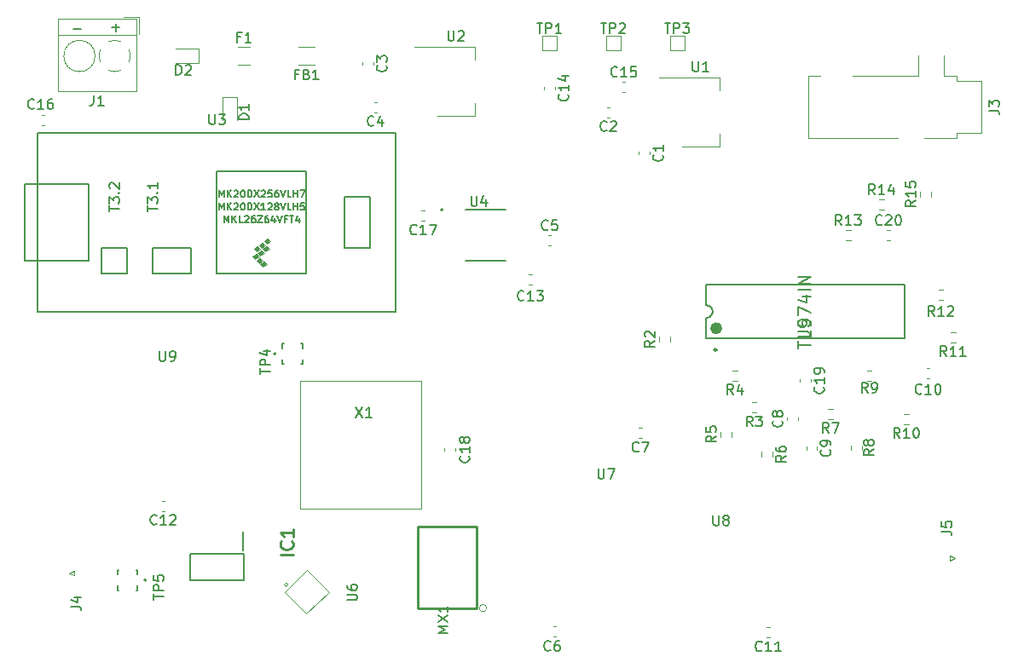
<source format=gbr>
%TF.GenerationSoftware,KiCad,Pcbnew,(5.1.10)-1*%
%TF.CreationDate,2021-08-25T15:37:07-07:00*%
%TF.ProjectId,fmcw,666d6377-2e6b-4696-9361-645f70636258,rev?*%
%TF.SameCoordinates,Original*%
%TF.FileFunction,Legend,Top*%
%TF.FilePolarity,Positive*%
%FSLAX46Y46*%
G04 Gerber Fmt 4.6, Leading zero omitted, Abs format (unit mm)*
G04 Created by KiCad (PCBNEW (5.1.10)-1) date 2021-08-25 15:37:07*
%MOMM*%
%LPD*%
G01*
G04 APERTURE LIST*
%ADD10C,0.150000*%
%ADD11C,0.200000*%
%ADD12C,0.254000*%
%ADD13C,0.100000*%
%ADD14C,0.120000*%
%ADD15C,0.127000*%
%ADD16C,0.249999*%
%ADD17C,0.599999*%
G04 APERTURE END LIST*
D10*
X81026047Y-83637428D02*
X81787952Y-83637428D01*
X84836047Y-83510428D02*
X85597952Y-83510428D01*
X85217000Y-83891380D02*
X85217000Y-83129476D01*
D11*
%TO.C,IC1*%
X97915000Y-135835000D02*
X97915000Y-138485000D01*
X97915000Y-138485000D02*
X92585000Y-138485000D01*
X92585000Y-138485000D02*
X92585000Y-135835000D01*
X92585000Y-135835000D02*
X97915000Y-135835000D01*
X97855000Y-133635000D02*
X97855000Y-135485000D01*
D12*
%TO.C,MX1*%
X115189000Y-141224000D02*
X115189000Y-133096000D01*
X115189000Y-133096000D02*
X121031000Y-133096000D01*
X121031000Y-133096000D02*
X121031000Y-141224000D01*
X121031000Y-141224000D02*
X115189000Y-141224000D01*
D13*
X122025200Y-141224000D02*
G75*
G03*
X122025200Y-141224000I-359200J0D01*
G01*
D14*
%TO.C,X1*%
X115570000Y-131315000D02*
X103505000Y-131315000D01*
X115570000Y-118615000D02*
X115570000Y-131315000D01*
X103505000Y-118615000D02*
X115570000Y-118615000D01*
X103505000Y-131315000D02*
X103505000Y-118615000D01*
%TO.C,J4*%
X80553000Y-137736000D02*
X81053000Y-137986000D01*
X81053000Y-137986000D02*
X81053000Y-137486000D01*
X81053000Y-137486000D02*
X80553000Y-137736000D01*
%TO.C,FB1*%
X104975242Y-87270000D02*
X103304758Y-87270000D01*
X104975242Y-85450000D02*
X103304758Y-85450000D01*
%TO.C,C20*%
X161784420Y-103630000D02*
X162065580Y-103630000D01*
X161784420Y-104650000D02*
X162065580Y-104650000D01*
%TO.C,C19*%
X154180000Y-118477420D02*
X154180000Y-118758580D01*
X153160000Y-118477420D02*
X153160000Y-118758580D01*
%TO.C,C18*%
X117854000Y-125616580D02*
X117854000Y-125335420D01*
X118874000Y-125616580D02*
X118874000Y-125335420D01*
%TO.C,C17*%
X115850580Y-102745000D02*
X115569420Y-102745000D01*
X115850580Y-101725000D02*
X115569420Y-101725000D01*
%TO.C,C16*%
X78105580Y-93220000D02*
X77824420Y-93220000D01*
X78105580Y-92200000D02*
X77824420Y-92200000D01*
%TO.C,C15*%
X135495420Y-88898000D02*
X135776580Y-88898000D01*
X135495420Y-89918000D02*
X135776580Y-89918000D01*
%TO.C,C14*%
X128780000Y-89394420D02*
X128780000Y-89675580D01*
X127760000Y-89394420D02*
X127760000Y-89675580D01*
D15*
%TO.C,TP5*%
X87360000Y-139430000D02*
X87360000Y-138994000D01*
X87229000Y-139430000D02*
X87360000Y-139430000D01*
X85360000Y-139430000D02*
X85491000Y-139430000D01*
X85360000Y-139430000D02*
X85360000Y-138994000D01*
X85360000Y-137430000D02*
X85360000Y-137866000D01*
X85491000Y-137430000D02*
X85360000Y-137430000D01*
X87360000Y-137430000D02*
X87229000Y-137430000D01*
X87360000Y-137430000D02*
X87360000Y-137866000D01*
D11*
X88210000Y-138430000D02*
G75*
G03*
X88210000Y-138430000I-100000J0D01*
G01*
D14*
%TO.C,TP3*%
X140270000Y-84390000D02*
X141670000Y-84390000D01*
X141670000Y-84390000D02*
X141670000Y-85790000D01*
X141670000Y-85790000D02*
X140270000Y-85790000D01*
X140270000Y-85790000D02*
X140270000Y-84390000D01*
%TO.C,TP2*%
X133920000Y-84390000D02*
X135320000Y-84390000D01*
X135320000Y-84390000D02*
X135320000Y-85790000D01*
X135320000Y-85790000D02*
X133920000Y-85790000D01*
X133920000Y-85790000D02*
X133920000Y-84390000D01*
%TO.C,TP1*%
X127570000Y-84390000D02*
X128970000Y-84390000D01*
X128970000Y-84390000D02*
X128970000Y-85790000D01*
X128970000Y-85790000D02*
X127570000Y-85790000D01*
X127570000Y-85790000D02*
X127570000Y-84390000D01*
%TO.C,C1*%
X137158000Y-95871420D02*
X137158000Y-96152580D01*
X138178000Y-95871420D02*
X138178000Y-96152580D01*
%TO.C,C2*%
X134252580Y-92458000D02*
X133971420Y-92458000D01*
X134252580Y-91438000D02*
X133971420Y-91438000D01*
%TO.C,C3*%
X109726000Y-86968420D02*
X109726000Y-87249580D01*
X110746000Y-86968420D02*
X110746000Y-87249580D01*
%TO.C,C4*%
X111125580Y-91950000D02*
X110844420Y-91950000D01*
X111125580Y-90930000D02*
X110844420Y-90930000D01*
%TO.C,C5*%
X128142420Y-105158000D02*
X128423580Y-105158000D01*
X128142420Y-104138000D02*
X128423580Y-104138000D01*
%TO.C,C6*%
X128637420Y-144020000D02*
X128918580Y-144020000D01*
X128637420Y-143000000D02*
X128918580Y-143000000D01*
%TO.C,C7*%
X137440580Y-124335000D02*
X137159420Y-124335000D01*
X137440580Y-123315000D02*
X137159420Y-123315000D01*
%TO.C,C8*%
X152910000Y-122568580D02*
X152910000Y-122287420D01*
X151890000Y-122568580D02*
X151890000Y-122287420D01*
%TO.C,C9*%
X153795000Y-125195420D02*
X153795000Y-125476580D01*
X154815000Y-125195420D02*
X154815000Y-125476580D01*
%TO.C,C10*%
X165721420Y-118366000D02*
X166002580Y-118366000D01*
X165721420Y-117346000D02*
X166002580Y-117346000D01*
%TO.C,C11*%
X150140580Y-144147000D02*
X149859420Y-144147000D01*
X150140580Y-143127000D02*
X149859420Y-143127000D01*
%TO.C,C12*%
X90043580Y-131574000D02*
X89762420Y-131574000D01*
X90043580Y-130554000D02*
X89762420Y-130554000D01*
%TO.C,C13*%
X126211420Y-108075000D02*
X126492580Y-108075000D01*
X126211420Y-109095000D02*
X126492580Y-109095000D01*
%TO.C,D1*%
X95785000Y-90437500D02*
X95785000Y-92722500D01*
X97255000Y-90437500D02*
X95785000Y-90437500D01*
X97255000Y-92722500D02*
X97255000Y-90437500D01*
%TO.C,D2*%
X91122500Y-87095000D02*
X93407500Y-87095000D01*
X93407500Y-87095000D02*
X93407500Y-85625000D01*
X93407500Y-85625000D02*
X91122500Y-85625000D01*
%TO.C,F1*%
X97317936Y-87270000D02*
X98522064Y-87270000D01*
X97317936Y-85450000D02*
X98522064Y-85450000D01*
%TO.C,J1*%
X87490000Y-82460000D02*
X85990000Y-82460000D01*
X87490000Y-84200000D02*
X87490000Y-82460000D01*
X79430000Y-89820000D02*
X79430000Y-82700000D01*
X87250000Y-89820000D02*
X87250000Y-82700000D01*
X87250000Y-82700000D02*
X79430000Y-82700000D01*
X87250000Y-89820000D02*
X79430000Y-89820000D01*
X87250000Y-84260000D02*
X79430000Y-84260000D01*
X83145000Y-86360000D02*
G75*
G03*
X83145000Y-86360000I-1555000J0D01*
G01*
X84482413Y-84928615D02*
G75*
G02*
X85090000Y-84805000I607587J-1431385D01*
G01*
X83657891Y-86967742D02*
G75*
G02*
X83658000Y-85752000I1432109J607742D01*
G01*
X85697742Y-87792109D02*
G75*
G02*
X84482000Y-87792000I-607742J1432109D01*
G01*
X86522109Y-85752258D02*
G75*
G02*
X86522000Y-86968000I-1432109J-607742D01*
G01*
X85062989Y-84804508D02*
G75*
G02*
X85698000Y-84928000I27011J-1555492D01*
G01*
D15*
%TO.C,TP4*%
X101743000Y-114951000D02*
X101743000Y-115387000D01*
X101874000Y-114951000D02*
X101743000Y-114951000D01*
X103743000Y-114951000D02*
X103612000Y-114951000D01*
X103743000Y-114951000D02*
X103743000Y-115387000D01*
X103743000Y-116951000D02*
X103743000Y-116515000D01*
X103612000Y-116951000D02*
X103743000Y-116951000D01*
X101743000Y-116951000D02*
X101874000Y-116951000D01*
X101743000Y-116951000D02*
X101743000Y-116515000D01*
D11*
X101093000Y-115951000D02*
G75*
G03*
X101093000Y-115951000I-100000J0D01*
G01*
D14*
%TO.C,J3*%
X164860000Y-88340000D02*
X164860000Y-86340000D01*
X167460000Y-88340000D02*
X167460000Y-86340000D01*
X158360000Y-88340000D02*
X164860000Y-88340000D01*
X153960000Y-88340000D02*
X155160000Y-88340000D01*
X153960000Y-94540000D02*
X153960000Y-88340000D01*
X162860000Y-94540000D02*
X153960000Y-94540000D01*
X168660000Y-94540000D02*
X165460000Y-94540000D01*
X168660000Y-94040000D02*
X168660000Y-94540000D01*
X171160000Y-94040000D02*
X168660000Y-94040000D01*
X171160000Y-88840000D02*
X171160000Y-94040000D01*
X168660000Y-88840000D02*
X171160000Y-88840000D01*
X168660000Y-88340000D02*
X168660000Y-88840000D01*
X167460000Y-88340000D02*
X168660000Y-88340000D01*
%TO.C,J5*%
X167994000Y-136521000D02*
X168494000Y-136271000D01*
X167994000Y-136021000D02*
X167994000Y-136521000D01*
X168494000Y-136271000D02*
X167994000Y-136021000D01*
%TO.C,R2*%
X140222500Y-114728258D02*
X140222500Y-114253742D01*
X139177500Y-114728258D02*
X139177500Y-114253742D01*
%TO.C,R3*%
X148827258Y-121807500D02*
X148352742Y-121807500D01*
X148827258Y-120762500D02*
X148352742Y-120762500D01*
%TO.C,R4*%
X146922258Y-117587500D02*
X146447742Y-117587500D01*
X146922258Y-118632500D02*
X146447742Y-118632500D01*
%TO.C,R5*%
X145273500Y-124189258D02*
X145273500Y-123714742D01*
X146318500Y-124189258D02*
X146318500Y-123714742D01*
%TO.C,R6*%
X150382500Y-125682742D02*
X150382500Y-126157258D01*
X149337500Y-125682742D02*
X149337500Y-126157258D01*
%TO.C,R7*%
X156384258Y-121397500D02*
X155909742Y-121397500D01*
X156384258Y-122442500D02*
X155909742Y-122442500D01*
%TO.C,R8*%
X159272500Y-125523258D02*
X159272500Y-125048742D01*
X158227500Y-125523258D02*
X158227500Y-125048742D01*
%TO.C,R9*%
X159782742Y-117587500D02*
X160257258Y-117587500D01*
X159782742Y-118632500D02*
X160257258Y-118632500D01*
%TO.C,R10*%
X163940258Y-122950500D02*
X163465742Y-122950500D01*
X163940258Y-121905500D02*
X163465742Y-121905500D01*
%TO.C,R11*%
X168576258Y-114822500D02*
X168101742Y-114822500D01*
X168576258Y-113777500D02*
X168101742Y-113777500D01*
%TO.C,R12*%
X166894742Y-110631500D02*
X167369258Y-110631500D01*
X166894742Y-109586500D02*
X167369258Y-109586500D01*
%TO.C,R13*%
X157687742Y-104662500D02*
X158162258Y-104662500D01*
X157687742Y-103617500D02*
X158162258Y-103617500D01*
%TO.C,R14*%
X160989742Y-100569500D02*
X161464258Y-100569500D01*
X160989742Y-101614500D02*
X161464258Y-101614500D01*
%TO.C,R15*%
X166130500Y-100313258D02*
X166130500Y-99838742D01*
X165085500Y-100313258D02*
X165085500Y-99838742D01*
%TO.C,U1*%
X145166000Y-95358000D02*
X145166000Y-94098000D01*
X145166000Y-88538000D02*
X145166000Y-89798000D01*
X141406000Y-95358000D02*
X145166000Y-95358000D01*
X139156000Y-88538000D02*
X145166000Y-88538000D01*
%TO.C,U2*%
X114874000Y-85490000D02*
X120884000Y-85490000D01*
X117124000Y-92310000D02*
X120884000Y-92310000D01*
X120884000Y-85490000D02*
X120884000Y-86750000D01*
X120884000Y-92310000D02*
X120884000Y-91050000D01*
D10*
%TO.C,U3*%
X77470000Y-106680000D02*
X76200000Y-106680000D01*
X76200000Y-106680000D02*
X76200000Y-99060000D01*
X76200000Y-99060000D02*
X77470000Y-99060000D01*
X88900000Y-107950000D02*
X92710000Y-107950000D01*
X92710000Y-107950000D02*
X92710000Y-105410000D01*
X92710000Y-105410000D02*
X88900000Y-105410000D01*
X88900000Y-105410000D02*
X88900000Y-107950000D01*
X82550000Y-106680000D02*
X82550000Y-99060000D01*
X82550000Y-99060000D02*
X77470000Y-99060000D01*
X82550000Y-106680000D02*
X77470000Y-106680000D01*
X83820000Y-107950000D02*
X86360000Y-107950000D01*
X86360000Y-107950000D02*
X86360000Y-105410000D01*
X86360000Y-105410000D02*
X83820000Y-105410000D01*
X83820000Y-105410000D02*
X83820000Y-107950000D01*
X110490000Y-100330000D02*
X110490000Y-105410000D01*
X110490000Y-105410000D02*
X107950000Y-105410000D01*
X107950000Y-105410000D02*
X107950000Y-100330000D01*
X107950000Y-100330000D02*
X110490000Y-100330000D01*
X104140000Y-107950000D02*
X104140000Y-97790000D01*
X95250000Y-97790000D02*
X95250000Y-107950000D01*
X104140000Y-97790000D02*
X95250000Y-97790000D01*
X104140000Y-107950000D02*
X95250000Y-107950000D01*
X77470000Y-93980000D02*
X113030000Y-93980000D01*
X113030000Y-93980000D02*
X113030000Y-111760000D01*
X113030000Y-111760000D02*
X77470000Y-111760000D01*
X77470000Y-111760000D02*
X77470000Y-93980000D01*
D13*
G36*
X99187000Y-105791000D02*
G01*
X98933000Y-105537000D01*
X99314000Y-105283000D01*
X99568000Y-105537000D01*
X99187000Y-105791000D01*
G37*
X99187000Y-105791000D02*
X98933000Y-105537000D01*
X99314000Y-105283000D01*
X99568000Y-105537000D01*
X99187000Y-105791000D01*
G36*
X99568000Y-106172000D02*
G01*
X99314000Y-105918000D01*
X99695000Y-105664000D01*
X99949000Y-105918000D01*
X99568000Y-106172000D01*
G37*
X99568000Y-106172000D02*
X99314000Y-105918000D01*
X99695000Y-105664000D01*
X99949000Y-105918000D01*
X99568000Y-106172000D01*
G36*
X100203000Y-105029000D02*
G01*
X99949000Y-104775000D01*
X100330000Y-104521000D01*
X100584000Y-104775000D01*
X100203000Y-105029000D01*
G37*
X100203000Y-105029000D02*
X99949000Y-104775000D01*
X100330000Y-104521000D01*
X100584000Y-104775000D01*
X100203000Y-105029000D01*
G36*
X99441000Y-106934000D02*
G01*
X99187000Y-106680000D01*
X99568000Y-106426000D01*
X99822000Y-106680000D01*
X99441000Y-106934000D01*
G37*
X99441000Y-106934000D02*
X99187000Y-106680000D01*
X99568000Y-106426000D01*
X99822000Y-106680000D01*
X99441000Y-106934000D01*
G36*
X99695000Y-105410000D02*
G01*
X99441000Y-105156000D01*
X99822000Y-104902000D01*
X100076000Y-105156000D01*
X99695000Y-105410000D01*
G37*
X99695000Y-105410000D02*
X99441000Y-105156000D01*
X99822000Y-104902000D01*
X100076000Y-105156000D01*
X99695000Y-105410000D01*
G36*
X99822000Y-107315000D02*
G01*
X99568000Y-107061000D01*
X99949000Y-106807000D01*
X100203000Y-107061000D01*
X99822000Y-107315000D01*
G37*
X99822000Y-107315000D02*
X99568000Y-107061000D01*
X99949000Y-106807000D01*
X100203000Y-107061000D01*
X99822000Y-107315000D01*
G36*
X99060000Y-106553000D02*
G01*
X98806000Y-106299000D01*
X99187000Y-106045000D01*
X99441000Y-106299000D01*
X99060000Y-106553000D01*
G37*
X99060000Y-106553000D02*
X98806000Y-106299000D01*
X99187000Y-106045000D01*
X99441000Y-106299000D01*
X99060000Y-106553000D01*
G36*
X100076000Y-105791000D02*
G01*
X99822000Y-105537000D01*
X100203000Y-105283000D01*
X100457000Y-105537000D01*
X100076000Y-105791000D01*
G37*
X100076000Y-105791000D02*
X99822000Y-105537000D01*
X100203000Y-105283000D01*
X100457000Y-105537000D01*
X100076000Y-105791000D01*
D15*
%TO.C,U4*%
X119970000Y-106665000D02*
X123870000Y-106665000D01*
X119970000Y-101615000D02*
X123870000Y-101615000D01*
D11*
X117665000Y-101635000D02*
G75*
G03*
X117665000Y-101635000I-100000J0D01*
G01*
%TO.C,U5*%
X143819999Y-112395000D02*
X143919335Y-112387182D01*
X143919335Y-112387182D02*
X144016225Y-112363921D01*
X144016225Y-112363921D02*
X144108283Y-112325789D01*
X144108283Y-112325789D02*
X144193243Y-112273726D01*
X144193243Y-112273726D02*
X144269012Y-112209013D01*
X144269012Y-112209013D02*
X144333725Y-112133244D01*
X144333725Y-112133244D02*
X144385788Y-112048284D01*
X144385788Y-112048284D02*
X144423920Y-111956226D01*
X144423920Y-111956226D02*
X144447181Y-111859336D01*
X144447181Y-111859336D02*
X144454999Y-111760000D01*
X144454999Y-111760000D02*
X144447181Y-111660664D01*
X144447181Y-111660664D02*
X144423920Y-111563774D01*
X144423920Y-111563774D02*
X144385788Y-111471716D01*
X144385788Y-111471716D02*
X144333725Y-111386756D01*
X144333725Y-111386756D02*
X144269012Y-111310987D01*
X144269012Y-111310987D02*
X144193243Y-111246274D01*
X144193243Y-111246274D02*
X144108283Y-111194211D01*
X144108283Y-111194211D02*
X144016225Y-111156079D01*
X144016225Y-111156079D02*
X143919335Y-111132818D01*
X143919335Y-111132818D02*
X143819999Y-111125000D01*
D16*
X144875001Y-115570000D02*
G75*
G03*
X144875001Y-115570000I-125001J0D01*
G01*
D17*
X145119999Y-113409999D02*
G75*
G03*
X145119999Y-113409999I-299999J0D01*
G01*
D10*
X163520001Y-114410000D02*
X143819999Y-114410000D01*
X163520001Y-109110000D02*
X143819999Y-109110000D01*
X143819999Y-114410000D02*
X143819999Y-112395000D01*
X143819999Y-111125000D02*
X143819999Y-109110000D01*
X163520001Y-114410000D02*
X163520001Y-109110000D01*
D14*
%TO.C,U6*%
X102301909Y-138891680D02*
G75*
G03*
X102301909Y-138891680I-178669J0D01*
G01*
X102006400Y-139674000D02*
X104150160Y-137474360D01*
X104140000Y-141772040D02*
X102006400Y-139674000D01*
X106354880Y-139674000D02*
X104140000Y-141772040D01*
X104150160Y-137474360D02*
X106354880Y-139674000D01*
%TO.C,IC1*%
D12*
X102809523Y-135919761D02*
X101539523Y-135919761D01*
X102688571Y-134589285D02*
X102749047Y-134649761D01*
X102809523Y-134831190D01*
X102809523Y-134952142D01*
X102749047Y-135133571D01*
X102628095Y-135254523D01*
X102507142Y-135315000D01*
X102265238Y-135375476D01*
X102083809Y-135375476D01*
X101841904Y-135315000D01*
X101720952Y-135254523D01*
X101600000Y-135133571D01*
X101539523Y-134952142D01*
X101539523Y-134831190D01*
X101600000Y-134649761D01*
X101660476Y-134589285D01*
X102809523Y-133379761D02*
X102809523Y-134105476D01*
X102809523Y-133742619D02*
X101539523Y-133742619D01*
X101720952Y-133863571D01*
X101841904Y-133984523D01*
X101902380Y-134105476D01*
%TO.C,MX1*%
D10*
X118181512Y-143664727D02*
X117179662Y-143664727D01*
X117895270Y-143330777D01*
X117179662Y-142996827D01*
X118181512Y-142996827D01*
X117179662Y-142615170D02*
X118181512Y-141947270D01*
X117179662Y-141947270D02*
X118181512Y-142615170D01*
X118181512Y-141040835D02*
X118181512Y-141613320D01*
X118181512Y-141327077D02*
X117179662Y-141327077D01*
X117322784Y-141422492D01*
X117418198Y-141517906D01*
X117465905Y-141613320D01*
%TO.C,X1*%
X109045476Y-121242380D02*
X109712142Y-122242380D01*
X109712142Y-121242380D02*
X109045476Y-122242380D01*
X110616904Y-122242380D02*
X110045476Y-122242380D01*
X110331190Y-122242380D02*
X110331190Y-121242380D01*
X110235952Y-121385238D01*
X110140714Y-121480476D01*
X110045476Y-121528095D01*
%TO.C,U9*%
X89541335Y-115687340D02*
X89541335Y-116496864D01*
X89588954Y-116592102D01*
X89636573Y-116639721D01*
X89731811Y-116687340D01*
X89922287Y-116687340D01*
X90017525Y-116639721D01*
X90065144Y-116592102D01*
X90112763Y-116496864D01*
X90112763Y-115687340D01*
X90636573Y-116687340D02*
X90827049Y-116687340D01*
X90922287Y-116639721D01*
X90969906Y-116592102D01*
X91065144Y-116449245D01*
X91112763Y-116258769D01*
X91112763Y-115877817D01*
X91065144Y-115782579D01*
X91017525Y-115734960D01*
X90922287Y-115687340D01*
X90731811Y-115687340D01*
X90636573Y-115734960D01*
X90588954Y-115782579D01*
X90541335Y-115877817D01*
X90541335Y-116115912D01*
X90588954Y-116211150D01*
X90636573Y-116258769D01*
X90731811Y-116306388D01*
X90922287Y-116306388D01*
X91017525Y-116258769D01*
X91065144Y-116211150D01*
X91112763Y-116115912D01*
%TO.C,U7*%
X133102335Y-127371340D02*
X133102335Y-128180864D01*
X133149954Y-128276102D01*
X133197573Y-128323721D01*
X133292811Y-128371340D01*
X133483287Y-128371340D01*
X133578525Y-128323721D01*
X133626144Y-128276102D01*
X133673763Y-128180864D01*
X133673763Y-127371340D01*
X134054716Y-127371340D02*
X134721382Y-127371340D01*
X134292811Y-128371340D01*
%TO.C,U8*%
X144526095Y-132009380D02*
X144526095Y-132818904D01*
X144573714Y-132914142D01*
X144621333Y-132961761D01*
X144716571Y-133009380D01*
X144907047Y-133009380D01*
X145002285Y-132961761D01*
X145049904Y-132914142D01*
X145097523Y-132818904D01*
X145097523Y-132009380D01*
X145716571Y-132437952D02*
X145621333Y-132390333D01*
X145573714Y-132342714D01*
X145526095Y-132247476D01*
X145526095Y-132199857D01*
X145573714Y-132104619D01*
X145621333Y-132057000D01*
X145716571Y-132009380D01*
X145907047Y-132009380D01*
X146002285Y-132057000D01*
X146049904Y-132104619D01*
X146097523Y-132199857D01*
X146097523Y-132247476D01*
X146049904Y-132342714D01*
X146002285Y-132390333D01*
X145907047Y-132437952D01*
X145716571Y-132437952D01*
X145621333Y-132485571D01*
X145573714Y-132533190D01*
X145526095Y-132628428D01*
X145526095Y-132818904D01*
X145573714Y-132914142D01*
X145621333Y-132961761D01*
X145716571Y-133009380D01*
X145907047Y-133009380D01*
X146002285Y-132961761D01*
X146049904Y-132914142D01*
X146097523Y-132818904D01*
X146097523Y-132628428D01*
X146049904Y-132533190D01*
X146002285Y-132485571D01*
X145907047Y-132437952D01*
%TO.C,J4*%
X80755380Y-141069333D02*
X81469666Y-141069333D01*
X81612523Y-141116952D01*
X81707761Y-141212190D01*
X81755380Y-141355047D01*
X81755380Y-141450285D01*
X81088714Y-140164571D02*
X81755380Y-140164571D01*
X80707761Y-140402666D02*
X81422047Y-140640761D01*
X81422047Y-140021714D01*
%TO.C,FB1*%
X103306666Y-88188571D02*
X102973333Y-88188571D01*
X102973333Y-88712380D02*
X102973333Y-87712380D01*
X103449523Y-87712380D01*
X104163809Y-88188571D02*
X104306666Y-88236190D01*
X104354285Y-88283809D01*
X104401904Y-88379047D01*
X104401904Y-88521904D01*
X104354285Y-88617142D01*
X104306666Y-88664761D01*
X104211428Y-88712380D01*
X103830476Y-88712380D01*
X103830476Y-87712380D01*
X104163809Y-87712380D01*
X104259047Y-87760000D01*
X104306666Y-87807619D01*
X104354285Y-87902857D01*
X104354285Y-87998095D01*
X104306666Y-88093333D01*
X104259047Y-88140952D01*
X104163809Y-88188571D01*
X103830476Y-88188571D01*
X105354285Y-88712380D02*
X104782857Y-88712380D01*
X105068571Y-88712380D02*
X105068571Y-87712380D01*
X104973333Y-87855238D01*
X104878095Y-87950476D01*
X104782857Y-87998095D01*
%TO.C,C20*%
X161282142Y-103067142D02*
X161234523Y-103114761D01*
X161091666Y-103162380D01*
X160996428Y-103162380D01*
X160853571Y-103114761D01*
X160758333Y-103019523D01*
X160710714Y-102924285D01*
X160663095Y-102733809D01*
X160663095Y-102590952D01*
X160710714Y-102400476D01*
X160758333Y-102305238D01*
X160853571Y-102210000D01*
X160996428Y-102162380D01*
X161091666Y-102162380D01*
X161234523Y-102210000D01*
X161282142Y-102257619D01*
X161663095Y-102257619D02*
X161710714Y-102210000D01*
X161805952Y-102162380D01*
X162044047Y-102162380D01*
X162139285Y-102210000D01*
X162186904Y-102257619D01*
X162234523Y-102352857D01*
X162234523Y-102448095D01*
X162186904Y-102590952D01*
X161615476Y-103162380D01*
X162234523Y-103162380D01*
X162853571Y-102162380D02*
X162948809Y-102162380D01*
X163044047Y-102210000D01*
X163091666Y-102257619D01*
X163139285Y-102352857D01*
X163186904Y-102543333D01*
X163186904Y-102781428D01*
X163139285Y-102971904D01*
X163091666Y-103067142D01*
X163044047Y-103114761D01*
X162948809Y-103162380D01*
X162853571Y-103162380D01*
X162758333Y-103114761D01*
X162710714Y-103067142D01*
X162663095Y-102971904D01*
X162615476Y-102781428D01*
X162615476Y-102543333D01*
X162663095Y-102352857D01*
X162710714Y-102257619D01*
X162758333Y-102210000D01*
X162853571Y-102162380D01*
%TO.C,C19*%
X155457142Y-119260857D02*
X155504761Y-119308476D01*
X155552380Y-119451333D01*
X155552380Y-119546571D01*
X155504761Y-119689428D01*
X155409523Y-119784666D01*
X155314285Y-119832285D01*
X155123809Y-119879904D01*
X154980952Y-119879904D01*
X154790476Y-119832285D01*
X154695238Y-119784666D01*
X154600000Y-119689428D01*
X154552380Y-119546571D01*
X154552380Y-119451333D01*
X154600000Y-119308476D01*
X154647619Y-119260857D01*
X155552380Y-118308476D02*
X155552380Y-118879904D01*
X155552380Y-118594190D02*
X154552380Y-118594190D01*
X154695238Y-118689428D01*
X154790476Y-118784666D01*
X154838095Y-118879904D01*
X155552380Y-117832285D02*
X155552380Y-117641809D01*
X155504761Y-117546571D01*
X155457142Y-117498952D01*
X155314285Y-117403714D01*
X155123809Y-117356095D01*
X154742857Y-117356095D01*
X154647619Y-117403714D01*
X154600000Y-117451333D01*
X154552380Y-117546571D01*
X154552380Y-117737047D01*
X154600000Y-117832285D01*
X154647619Y-117879904D01*
X154742857Y-117927523D01*
X154980952Y-117927523D01*
X155076190Y-117879904D01*
X155123809Y-117832285D01*
X155171428Y-117737047D01*
X155171428Y-117546571D01*
X155123809Y-117451333D01*
X155076190Y-117403714D01*
X154980952Y-117356095D01*
%TO.C,C18*%
X120245142Y-126118857D02*
X120292761Y-126166476D01*
X120340380Y-126309333D01*
X120340380Y-126404571D01*
X120292761Y-126547428D01*
X120197523Y-126642666D01*
X120102285Y-126690285D01*
X119911809Y-126737904D01*
X119768952Y-126737904D01*
X119578476Y-126690285D01*
X119483238Y-126642666D01*
X119388000Y-126547428D01*
X119340380Y-126404571D01*
X119340380Y-126309333D01*
X119388000Y-126166476D01*
X119435619Y-126118857D01*
X120340380Y-125166476D02*
X120340380Y-125737904D01*
X120340380Y-125452190D02*
X119340380Y-125452190D01*
X119483238Y-125547428D01*
X119578476Y-125642666D01*
X119626095Y-125737904D01*
X119768952Y-124595047D02*
X119721333Y-124690285D01*
X119673714Y-124737904D01*
X119578476Y-124785523D01*
X119530857Y-124785523D01*
X119435619Y-124737904D01*
X119388000Y-124690285D01*
X119340380Y-124595047D01*
X119340380Y-124404571D01*
X119388000Y-124309333D01*
X119435619Y-124261714D01*
X119530857Y-124214095D01*
X119578476Y-124214095D01*
X119673714Y-124261714D01*
X119721333Y-124309333D01*
X119768952Y-124404571D01*
X119768952Y-124595047D01*
X119816571Y-124690285D01*
X119864190Y-124737904D01*
X119959428Y-124785523D01*
X120149904Y-124785523D01*
X120245142Y-124737904D01*
X120292761Y-124690285D01*
X120340380Y-124595047D01*
X120340380Y-124404571D01*
X120292761Y-124309333D01*
X120245142Y-124261714D01*
X120149904Y-124214095D01*
X119959428Y-124214095D01*
X119864190Y-124261714D01*
X119816571Y-124309333D01*
X119768952Y-124404571D01*
%TO.C,C17*%
X115067142Y-104022142D02*
X115019523Y-104069761D01*
X114876666Y-104117380D01*
X114781428Y-104117380D01*
X114638571Y-104069761D01*
X114543333Y-103974523D01*
X114495714Y-103879285D01*
X114448095Y-103688809D01*
X114448095Y-103545952D01*
X114495714Y-103355476D01*
X114543333Y-103260238D01*
X114638571Y-103165000D01*
X114781428Y-103117380D01*
X114876666Y-103117380D01*
X115019523Y-103165000D01*
X115067142Y-103212619D01*
X116019523Y-104117380D02*
X115448095Y-104117380D01*
X115733809Y-104117380D02*
X115733809Y-103117380D01*
X115638571Y-103260238D01*
X115543333Y-103355476D01*
X115448095Y-103403095D01*
X116352857Y-103117380D02*
X117019523Y-103117380D01*
X116590952Y-104117380D01*
%TO.C,C16*%
X77081142Y-91543142D02*
X77033523Y-91590761D01*
X76890666Y-91638380D01*
X76795428Y-91638380D01*
X76652571Y-91590761D01*
X76557333Y-91495523D01*
X76509714Y-91400285D01*
X76462095Y-91209809D01*
X76462095Y-91066952D01*
X76509714Y-90876476D01*
X76557333Y-90781238D01*
X76652571Y-90686000D01*
X76795428Y-90638380D01*
X76890666Y-90638380D01*
X77033523Y-90686000D01*
X77081142Y-90733619D01*
X78033523Y-91638380D02*
X77462095Y-91638380D01*
X77747809Y-91638380D02*
X77747809Y-90638380D01*
X77652571Y-90781238D01*
X77557333Y-90876476D01*
X77462095Y-90924095D01*
X78890666Y-90638380D02*
X78700190Y-90638380D01*
X78604952Y-90686000D01*
X78557333Y-90733619D01*
X78462095Y-90876476D01*
X78414476Y-91066952D01*
X78414476Y-91447904D01*
X78462095Y-91543142D01*
X78509714Y-91590761D01*
X78604952Y-91638380D01*
X78795428Y-91638380D01*
X78890666Y-91590761D01*
X78938285Y-91543142D01*
X78985904Y-91447904D01*
X78985904Y-91209809D01*
X78938285Y-91114571D01*
X78890666Y-91066952D01*
X78795428Y-91019333D01*
X78604952Y-91019333D01*
X78509714Y-91066952D01*
X78462095Y-91114571D01*
X78414476Y-91209809D01*
%TO.C,C15*%
X134993142Y-88335142D02*
X134945523Y-88382761D01*
X134802666Y-88430380D01*
X134707428Y-88430380D01*
X134564571Y-88382761D01*
X134469333Y-88287523D01*
X134421714Y-88192285D01*
X134374095Y-88001809D01*
X134374095Y-87858952D01*
X134421714Y-87668476D01*
X134469333Y-87573238D01*
X134564571Y-87478000D01*
X134707428Y-87430380D01*
X134802666Y-87430380D01*
X134945523Y-87478000D01*
X134993142Y-87525619D01*
X135945523Y-88430380D02*
X135374095Y-88430380D01*
X135659809Y-88430380D02*
X135659809Y-87430380D01*
X135564571Y-87573238D01*
X135469333Y-87668476D01*
X135374095Y-87716095D01*
X136850285Y-87430380D02*
X136374095Y-87430380D01*
X136326476Y-87906571D01*
X136374095Y-87858952D01*
X136469333Y-87811333D01*
X136707428Y-87811333D01*
X136802666Y-87858952D01*
X136850285Y-87906571D01*
X136897904Y-88001809D01*
X136897904Y-88239904D01*
X136850285Y-88335142D01*
X136802666Y-88382761D01*
X136707428Y-88430380D01*
X136469333Y-88430380D01*
X136374095Y-88382761D01*
X136326476Y-88335142D01*
%TO.C,C14*%
X130057142Y-90177857D02*
X130104761Y-90225476D01*
X130152380Y-90368333D01*
X130152380Y-90463571D01*
X130104761Y-90606428D01*
X130009523Y-90701666D01*
X129914285Y-90749285D01*
X129723809Y-90796904D01*
X129580952Y-90796904D01*
X129390476Y-90749285D01*
X129295238Y-90701666D01*
X129200000Y-90606428D01*
X129152380Y-90463571D01*
X129152380Y-90368333D01*
X129200000Y-90225476D01*
X129247619Y-90177857D01*
X130152380Y-89225476D02*
X130152380Y-89796904D01*
X130152380Y-89511190D02*
X129152380Y-89511190D01*
X129295238Y-89606428D01*
X129390476Y-89701666D01*
X129438095Y-89796904D01*
X129485714Y-88368333D02*
X130152380Y-88368333D01*
X129104761Y-88606428D02*
X129819047Y-88844523D01*
X129819047Y-88225476D01*
%TO.C,TP5*%
X88947380Y-140366904D02*
X88947380Y-139795476D01*
X89947380Y-140081190D02*
X88947380Y-140081190D01*
X89947380Y-139462142D02*
X88947380Y-139462142D01*
X88947380Y-139081190D01*
X88995000Y-138985952D01*
X89042619Y-138938333D01*
X89137857Y-138890714D01*
X89280714Y-138890714D01*
X89375952Y-138938333D01*
X89423571Y-138985952D01*
X89471190Y-139081190D01*
X89471190Y-139462142D01*
X88947380Y-137985952D02*
X88947380Y-138462142D01*
X89423571Y-138509761D01*
X89375952Y-138462142D01*
X89328333Y-138366904D01*
X89328333Y-138128809D01*
X89375952Y-138033571D01*
X89423571Y-137985952D01*
X89518809Y-137938333D01*
X89756904Y-137938333D01*
X89852142Y-137985952D01*
X89899761Y-138033571D01*
X89947380Y-138128809D01*
X89947380Y-138366904D01*
X89899761Y-138462142D01*
X89852142Y-138509761D01*
%TO.C,TP3*%
X139708095Y-83094380D02*
X140279523Y-83094380D01*
X139993809Y-84094380D02*
X139993809Y-83094380D01*
X140612857Y-84094380D02*
X140612857Y-83094380D01*
X140993809Y-83094380D01*
X141089047Y-83142000D01*
X141136666Y-83189619D01*
X141184285Y-83284857D01*
X141184285Y-83427714D01*
X141136666Y-83522952D01*
X141089047Y-83570571D01*
X140993809Y-83618190D01*
X140612857Y-83618190D01*
X141517619Y-83094380D02*
X142136666Y-83094380D01*
X141803333Y-83475333D01*
X141946190Y-83475333D01*
X142041428Y-83522952D01*
X142089047Y-83570571D01*
X142136666Y-83665809D01*
X142136666Y-83903904D01*
X142089047Y-83999142D01*
X142041428Y-84046761D01*
X141946190Y-84094380D01*
X141660476Y-84094380D01*
X141565238Y-84046761D01*
X141517619Y-83999142D01*
%TO.C,TP2*%
X133358095Y-83094380D02*
X133929523Y-83094380D01*
X133643809Y-84094380D02*
X133643809Y-83094380D01*
X134262857Y-84094380D02*
X134262857Y-83094380D01*
X134643809Y-83094380D01*
X134739047Y-83142000D01*
X134786666Y-83189619D01*
X134834285Y-83284857D01*
X134834285Y-83427714D01*
X134786666Y-83522952D01*
X134739047Y-83570571D01*
X134643809Y-83618190D01*
X134262857Y-83618190D01*
X135215238Y-83189619D02*
X135262857Y-83142000D01*
X135358095Y-83094380D01*
X135596190Y-83094380D01*
X135691428Y-83142000D01*
X135739047Y-83189619D01*
X135786666Y-83284857D01*
X135786666Y-83380095D01*
X135739047Y-83522952D01*
X135167619Y-84094380D01*
X135786666Y-84094380D01*
%TO.C,TP1*%
X127008095Y-83094380D02*
X127579523Y-83094380D01*
X127293809Y-84094380D02*
X127293809Y-83094380D01*
X127912857Y-84094380D02*
X127912857Y-83094380D01*
X128293809Y-83094380D01*
X128389047Y-83142000D01*
X128436666Y-83189619D01*
X128484285Y-83284857D01*
X128484285Y-83427714D01*
X128436666Y-83522952D01*
X128389047Y-83570571D01*
X128293809Y-83618190D01*
X127912857Y-83618190D01*
X129436666Y-84094380D02*
X128865238Y-84094380D01*
X129150952Y-84094380D02*
X129150952Y-83094380D01*
X129055714Y-83237238D01*
X128960476Y-83332476D01*
X128865238Y-83380095D01*
%TO.C,C1*%
X139455142Y-96178666D02*
X139502761Y-96226285D01*
X139550380Y-96369142D01*
X139550380Y-96464380D01*
X139502761Y-96607238D01*
X139407523Y-96702476D01*
X139312285Y-96750095D01*
X139121809Y-96797714D01*
X138978952Y-96797714D01*
X138788476Y-96750095D01*
X138693238Y-96702476D01*
X138598000Y-96607238D01*
X138550380Y-96464380D01*
X138550380Y-96369142D01*
X138598000Y-96226285D01*
X138645619Y-96178666D01*
X139550380Y-95226285D02*
X139550380Y-95797714D01*
X139550380Y-95512000D02*
X138550380Y-95512000D01*
X138693238Y-95607238D01*
X138788476Y-95702476D01*
X138836095Y-95797714D01*
%TO.C,C2*%
X133945333Y-93735142D02*
X133897714Y-93782761D01*
X133754857Y-93830380D01*
X133659619Y-93830380D01*
X133516761Y-93782761D01*
X133421523Y-93687523D01*
X133373904Y-93592285D01*
X133326285Y-93401809D01*
X133326285Y-93258952D01*
X133373904Y-93068476D01*
X133421523Y-92973238D01*
X133516761Y-92878000D01*
X133659619Y-92830380D01*
X133754857Y-92830380D01*
X133897714Y-92878000D01*
X133945333Y-92925619D01*
X134326285Y-92925619D02*
X134373904Y-92878000D01*
X134469142Y-92830380D01*
X134707238Y-92830380D01*
X134802476Y-92878000D01*
X134850095Y-92925619D01*
X134897714Y-93020857D01*
X134897714Y-93116095D01*
X134850095Y-93258952D01*
X134278666Y-93830380D01*
X134897714Y-93830380D01*
%TO.C,C3*%
X112023142Y-87275666D02*
X112070761Y-87323285D01*
X112118380Y-87466142D01*
X112118380Y-87561380D01*
X112070761Y-87704238D01*
X111975523Y-87799476D01*
X111880285Y-87847095D01*
X111689809Y-87894714D01*
X111546952Y-87894714D01*
X111356476Y-87847095D01*
X111261238Y-87799476D01*
X111166000Y-87704238D01*
X111118380Y-87561380D01*
X111118380Y-87466142D01*
X111166000Y-87323285D01*
X111213619Y-87275666D01*
X111118380Y-86942333D02*
X111118380Y-86323285D01*
X111499333Y-86656619D01*
X111499333Y-86513761D01*
X111546952Y-86418523D01*
X111594571Y-86370904D01*
X111689809Y-86323285D01*
X111927904Y-86323285D01*
X112023142Y-86370904D01*
X112070761Y-86418523D01*
X112118380Y-86513761D01*
X112118380Y-86799476D01*
X112070761Y-86894714D01*
X112023142Y-86942333D01*
%TO.C,C4*%
X110818333Y-93227142D02*
X110770714Y-93274761D01*
X110627857Y-93322380D01*
X110532619Y-93322380D01*
X110389761Y-93274761D01*
X110294523Y-93179523D01*
X110246904Y-93084285D01*
X110199285Y-92893809D01*
X110199285Y-92750952D01*
X110246904Y-92560476D01*
X110294523Y-92465238D01*
X110389761Y-92370000D01*
X110532619Y-92322380D01*
X110627857Y-92322380D01*
X110770714Y-92370000D01*
X110818333Y-92417619D01*
X111675476Y-92655714D02*
X111675476Y-93322380D01*
X111437380Y-92274761D02*
X111199285Y-92989047D01*
X111818333Y-92989047D01*
%TO.C,C5*%
X128116333Y-103575142D02*
X128068714Y-103622761D01*
X127925857Y-103670380D01*
X127830619Y-103670380D01*
X127687761Y-103622761D01*
X127592523Y-103527523D01*
X127544904Y-103432285D01*
X127497285Y-103241809D01*
X127497285Y-103098952D01*
X127544904Y-102908476D01*
X127592523Y-102813238D01*
X127687761Y-102718000D01*
X127830619Y-102670380D01*
X127925857Y-102670380D01*
X128068714Y-102718000D01*
X128116333Y-102765619D01*
X129021095Y-102670380D02*
X128544904Y-102670380D01*
X128497285Y-103146571D01*
X128544904Y-103098952D01*
X128640142Y-103051333D01*
X128878238Y-103051333D01*
X128973476Y-103098952D01*
X129021095Y-103146571D01*
X129068714Y-103241809D01*
X129068714Y-103479904D01*
X129021095Y-103575142D01*
X128973476Y-103622761D01*
X128878238Y-103670380D01*
X128640142Y-103670380D01*
X128544904Y-103622761D01*
X128497285Y-103575142D01*
%TO.C,C6*%
X128357333Y-145391142D02*
X128309714Y-145438761D01*
X128166857Y-145486380D01*
X128071619Y-145486380D01*
X127928761Y-145438761D01*
X127833523Y-145343523D01*
X127785904Y-145248285D01*
X127738285Y-145057809D01*
X127738285Y-144914952D01*
X127785904Y-144724476D01*
X127833523Y-144629238D01*
X127928761Y-144534000D01*
X128071619Y-144486380D01*
X128166857Y-144486380D01*
X128309714Y-144534000D01*
X128357333Y-144581619D01*
X129214476Y-144486380D02*
X129024000Y-144486380D01*
X128928761Y-144534000D01*
X128881142Y-144581619D01*
X128785904Y-144724476D01*
X128738285Y-144914952D01*
X128738285Y-145295904D01*
X128785904Y-145391142D01*
X128833523Y-145438761D01*
X128928761Y-145486380D01*
X129119238Y-145486380D01*
X129214476Y-145438761D01*
X129262095Y-145391142D01*
X129309714Y-145295904D01*
X129309714Y-145057809D01*
X129262095Y-144962571D01*
X129214476Y-144914952D01*
X129119238Y-144867333D01*
X128928761Y-144867333D01*
X128833523Y-144914952D01*
X128785904Y-144962571D01*
X128738285Y-145057809D01*
%TO.C,C7*%
X137133333Y-125612142D02*
X137085714Y-125659761D01*
X136942857Y-125707380D01*
X136847619Y-125707380D01*
X136704761Y-125659761D01*
X136609523Y-125564523D01*
X136561904Y-125469285D01*
X136514285Y-125278809D01*
X136514285Y-125135952D01*
X136561904Y-124945476D01*
X136609523Y-124850238D01*
X136704761Y-124755000D01*
X136847619Y-124707380D01*
X136942857Y-124707380D01*
X137085714Y-124755000D01*
X137133333Y-124802619D01*
X137466666Y-124707380D02*
X138133333Y-124707380D01*
X137704761Y-125707380D01*
%TO.C,C8*%
X151327142Y-122594666D02*
X151374761Y-122642285D01*
X151422380Y-122785142D01*
X151422380Y-122880380D01*
X151374761Y-123023238D01*
X151279523Y-123118476D01*
X151184285Y-123166095D01*
X150993809Y-123213714D01*
X150850952Y-123213714D01*
X150660476Y-123166095D01*
X150565238Y-123118476D01*
X150470000Y-123023238D01*
X150422380Y-122880380D01*
X150422380Y-122785142D01*
X150470000Y-122642285D01*
X150517619Y-122594666D01*
X150850952Y-122023238D02*
X150803333Y-122118476D01*
X150755714Y-122166095D01*
X150660476Y-122213714D01*
X150612857Y-122213714D01*
X150517619Y-122166095D01*
X150470000Y-122118476D01*
X150422380Y-122023238D01*
X150422380Y-121832761D01*
X150470000Y-121737523D01*
X150517619Y-121689904D01*
X150612857Y-121642285D01*
X150660476Y-121642285D01*
X150755714Y-121689904D01*
X150803333Y-121737523D01*
X150850952Y-121832761D01*
X150850952Y-122023238D01*
X150898571Y-122118476D01*
X150946190Y-122166095D01*
X151041428Y-122213714D01*
X151231904Y-122213714D01*
X151327142Y-122166095D01*
X151374761Y-122118476D01*
X151422380Y-122023238D01*
X151422380Y-121832761D01*
X151374761Y-121737523D01*
X151327142Y-121689904D01*
X151231904Y-121642285D01*
X151041428Y-121642285D01*
X150946190Y-121689904D01*
X150898571Y-121737523D01*
X150850952Y-121832761D01*
%TO.C,C9*%
X156092142Y-125502666D02*
X156139761Y-125550285D01*
X156187380Y-125693142D01*
X156187380Y-125788380D01*
X156139761Y-125931238D01*
X156044523Y-126026476D01*
X155949285Y-126074095D01*
X155758809Y-126121714D01*
X155615952Y-126121714D01*
X155425476Y-126074095D01*
X155330238Y-126026476D01*
X155235000Y-125931238D01*
X155187380Y-125788380D01*
X155187380Y-125693142D01*
X155235000Y-125550285D01*
X155282619Y-125502666D01*
X156187380Y-125026476D02*
X156187380Y-124836000D01*
X156139761Y-124740761D01*
X156092142Y-124693142D01*
X155949285Y-124597904D01*
X155758809Y-124550285D01*
X155377857Y-124550285D01*
X155282619Y-124597904D01*
X155235000Y-124645523D01*
X155187380Y-124740761D01*
X155187380Y-124931238D01*
X155235000Y-125026476D01*
X155282619Y-125074095D01*
X155377857Y-125121714D01*
X155615952Y-125121714D01*
X155711190Y-125074095D01*
X155758809Y-125026476D01*
X155806428Y-124931238D01*
X155806428Y-124740761D01*
X155758809Y-124645523D01*
X155711190Y-124597904D01*
X155615952Y-124550285D01*
%TO.C,C10*%
X165219142Y-119864142D02*
X165171523Y-119911761D01*
X165028666Y-119959380D01*
X164933428Y-119959380D01*
X164790571Y-119911761D01*
X164695333Y-119816523D01*
X164647714Y-119721285D01*
X164600095Y-119530809D01*
X164600095Y-119387952D01*
X164647714Y-119197476D01*
X164695333Y-119102238D01*
X164790571Y-119007000D01*
X164933428Y-118959380D01*
X165028666Y-118959380D01*
X165171523Y-119007000D01*
X165219142Y-119054619D01*
X166171523Y-119959380D02*
X165600095Y-119959380D01*
X165885809Y-119959380D02*
X165885809Y-118959380D01*
X165790571Y-119102238D01*
X165695333Y-119197476D01*
X165600095Y-119245095D01*
X166790571Y-118959380D02*
X166885809Y-118959380D01*
X166981047Y-119007000D01*
X167028666Y-119054619D01*
X167076285Y-119149857D01*
X167123904Y-119340333D01*
X167123904Y-119578428D01*
X167076285Y-119768904D01*
X167028666Y-119864142D01*
X166981047Y-119911761D01*
X166885809Y-119959380D01*
X166790571Y-119959380D01*
X166695333Y-119911761D01*
X166647714Y-119864142D01*
X166600095Y-119768904D01*
X166552476Y-119578428D01*
X166552476Y-119340333D01*
X166600095Y-119149857D01*
X166647714Y-119054619D01*
X166695333Y-119007000D01*
X166790571Y-118959380D01*
%TO.C,C11*%
X149357142Y-145424142D02*
X149309523Y-145471761D01*
X149166666Y-145519380D01*
X149071428Y-145519380D01*
X148928571Y-145471761D01*
X148833333Y-145376523D01*
X148785714Y-145281285D01*
X148738095Y-145090809D01*
X148738095Y-144947952D01*
X148785714Y-144757476D01*
X148833333Y-144662238D01*
X148928571Y-144567000D01*
X149071428Y-144519380D01*
X149166666Y-144519380D01*
X149309523Y-144567000D01*
X149357142Y-144614619D01*
X150309523Y-145519380D02*
X149738095Y-145519380D01*
X150023809Y-145519380D02*
X150023809Y-144519380D01*
X149928571Y-144662238D01*
X149833333Y-144757476D01*
X149738095Y-144805095D01*
X151261904Y-145519380D02*
X150690476Y-145519380D01*
X150976190Y-145519380D02*
X150976190Y-144519380D01*
X150880952Y-144662238D01*
X150785714Y-144757476D01*
X150690476Y-144805095D01*
%TO.C,C12*%
X89260142Y-132851142D02*
X89212523Y-132898761D01*
X89069666Y-132946380D01*
X88974428Y-132946380D01*
X88831571Y-132898761D01*
X88736333Y-132803523D01*
X88688714Y-132708285D01*
X88641095Y-132517809D01*
X88641095Y-132374952D01*
X88688714Y-132184476D01*
X88736333Y-132089238D01*
X88831571Y-131994000D01*
X88974428Y-131946380D01*
X89069666Y-131946380D01*
X89212523Y-131994000D01*
X89260142Y-132041619D01*
X90212523Y-132946380D02*
X89641095Y-132946380D01*
X89926809Y-132946380D02*
X89926809Y-131946380D01*
X89831571Y-132089238D01*
X89736333Y-132184476D01*
X89641095Y-132232095D01*
X90593476Y-132041619D02*
X90641095Y-131994000D01*
X90736333Y-131946380D01*
X90974428Y-131946380D01*
X91069666Y-131994000D01*
X91117285Y-132041619D01*
X91164904Y-132136857D01*
X91164904Y-132232095D01*
X91117285Y-132374952D01*
X90545857Y-132946380D01*
X91164904Y-132946380D01*
%TO.C,C13*%
X125722142Y-110593142D02*
X125674523Y-110640761D01*
X125531666Y-110688380D01*
X125436428Y-110688380D01*
X125293571Y-110640761D01*
X125198333Y-110545523D01*
X125150714Y-110450285D01*
X125103095Y-110259809D01*
X125103095Y-110116952D01*
X125150714Y-109926476D01*
X125198333Y-109831238D01*
X125293571Y-109736000D01*
X125436428Y-109688380D01*
X125531666Y-109688380D01*
X125674523Y-109736000D01*
X125722142Y-109783619D01*
X126674523Y-110688380D02*
X126103095Y-110688380D01*
X126388809Y-110688380D02*
X126388809Y-109688380D01*
X126293571Y-109831238D01*
X126198333Y-109926476D01*
X126103095Y-109974095D01*
X127007857Y-109688380D02*
X127626904Y-109688380D01*
X127293571Y-110069333D01*
X127436428Y-110069333D01*
X127531666Y-110116952D01*
X127579285Y-110164571D01*
X127626904Y-110259809D01*
X127626904Y-110497904D01*
X127579285Y-110593142D01*
X127531666Y-110640761D01*
X127436428Y-110688380D01*
X127150714Y-110688380D01*
X127055476Y-110640761D01*
X127007857Y-110593142D01*
%TO.C,D1*%
X98402380Y-92660595D02*
X97402380Y-92660595D01*
X97402380Y-92422500D01*
X97450000Y-92279642D01*
X97545238Y-92184404D01*
X97640476Y-92136785D01*
X97830952Y-92089166D01*
X97973809Y-92089166D01*
X98164285Y-92136785D01*
X98259523Y-92184404D01*
X98354761Y-92279642D01*
X98402380Y-92422500D01*
X98402380Y-92660595D01*
X98402380Y-91136785D02*
X98402380Y-91708214D01*
X98402380Y-91422500D02*
X97402380Y-91422500D01*
X97545238Y-91517738D01*
X97640476Y-91612976D01*
X97688095Y-91708214D01*
%TO.C,D2*%
X91184404Y-88242380D02*
X91184404Y-87242380D01*
X91422500Y-87242380D01*
X91565357Y-87290000D01*
X91660595Y-87385238D01*
X91708214Y-87480476D01*
X91755833Y-87670952D01*
X91755833Y-87813809D01*
X91708214Y-88004285D01*
X91660595Y-88099523D01*
X91565357Y-88194761D01*
X91422500Y-88242380D01*
X91184404Y-88242380D01*
X92136785Y-87337619D02*
X92184404Y-87290000D01*
X92279642Y-87242380D01*
X92517738Y-87242380D01*
X92612976Y-87290000D01*
X92660595Y-87337619D01*
X92708214Y-87432857D01*
X92708214Y-87528095D01*
X92660595Y-87670952D01*
X92089166Y-88242380D01*
X92708214Y-88242380D01*
%TO.C,F1*%
X97586666Y-84468571D02*
X97253333Y-84468571D01*
X97253333Y-84992380D02*
X97253333Y-83992380D01*
X97729523Y-83992380D01*
X98634285Y-84992380D02*
X98062857Y-84992380D01*
X98348571Y-84992380D02*
X98348571Y-83992380D01*
X98253333Y-84135238D01*
X98158095Y-84230476D01*
X98062857Y-84278095D01*
%TO.C,J1*%
X83006666Y-90272380D02*
X83006666Y-90986666D01*
X82959047Y-91129523D01*
X82863809Y-91224761D01*
X82720952Y-91272380D01*
X82625714Y-91272380D01*
X84006666Y-91272380D02*
X83435238Y-91272380D01*
X83720952Y-91272380D02*
X83720952Y-90272380D01*
X83625714Y-90415238D01*
X83530476Y-90510476D01*
X83435238Y-90558095D01*
%TO.C,TP4*%
X99528380Y-117974904D02*
X99528380Y-117403476D01*
X100528380Y-117689190D02*
X99528380Y-117689190D01*
X100528380Y-117070142D02*
X99528380Y-117070142D01*
X99528380Y-116689190D01*
X99576000Y-116593952D01*
X99623619Y-116546333D01*
X99718857Y-116498714D01*
X99861714Y-116498714D01*
X99956952Y-116546333D01*
X100004571Y-116593952D01*
X100052190Y-116689190D01*
X100052190Y-117070142D01*
X99861714Y-115641571D02*
X100528380Y-115641571D01*
X99480761Y-115879666D02*
X100195047Y-116117761D01*
X100195047Y-115498714D01*
%TO.C,J3*%
X171912380Y-91773333D02*
X172626666Y-91773333D01*
X172769523Y-91820952D01*
X172864761Y-91916190D01*
X172912380Y-92059047D01*
X172912380Y-92154285D01*
X171912380Y-91392380D02*
X171912380Y-90773333D01*
X172293333Y-91106666D01*
X172293333Y-90963809D01*
X172340952Y-90868571D01*
X172388571Y-90820952D01*
X172483809Y-90773333D01*
X172721904Y-90773333D01*
X172817142Y-90820952D01*
X172864761Y-90868571D01*
X172912380Y-90963809D01*
X172912380Y-91249523D01*
X172864761Y-91344761D01*
X172817142Y-91392380D01*
%TO.C,J5*%
X167196380Y-133604333D02*
X167910666Y-133604333D01*
X168053523Y-133651952D01*
X168148761Y-133747190D01*
X168196380Y-133890047D01*
X168196380Y-133985285D01*
X167196380Y-132651952D02*
X167196380Y-133128142D01*
X167672571Y-133175761D01*
X167624952Y-133128142D01*
X167577333Y-133032904D01*
X167577333Y-132794809D01*
X167624952Y-132699571D01*
X167672571Y-132651952D01*
X167767809Y-132604333D01*
X168005904Y-132604333D01*
X168101142Y-132651952D01*
X168148761Y-132699571D01*
X168196380Y-132794809D01*
X168196380Y-133032904D01*
X168148761Y-133128142D01*
X168101142Y-133175761D01*
%TO.C,R2*%
X138722380Y-114657666D02*
X138246190Y-114991000D01*
X138722380Y-115229095D02*
X137722380Y-115229095D01*
X137722380Y-114848142D01*
X137770000Y-114752904D01*
X137817619Y-114705285D01*
X137912857Y-114657666D01*
X138055714Y-114657666D01*
X138150952Y-114705285D01*
X138198571Y-114752904D01*
X138246190Y-114848142D01*
X138246190Y-115229095D01*
X137817619Y-114276714D02*
X137770000Y-114229095D01*
X137722380Y-114133857D01*
X137722380Y-113895761D01*
X137770000Y-113800523D01*
X137817619Y-113752904D01*
X137912857Y-113705285D01*
X138008095Y-113705285D01*
X138150952Y-113752904D01*
X138722380Y-114324333D01*
X138722380Y-113705285D01*
%TO.C,R3*%
X148423333Y-123167380D02*
X148090000Y-122691190D01*
X147851904Y-123167380D02*
X147851904Y-122167380D01*
X148232857Y-122167380D01*
X148328095Y-122215000D01*
X148375714Y-122262619D01*
X148423333Y-122357857D01*
X148423333Y-122500714D01*
X148375714Y-122595952D01*
X148328095Y-122643571D01*
X148232857Y-122691190D01*
X147851904Y-122691190D01*
X148756666Y-122167380D02*
X149375714Y-122167380D01*
X149042380Y-122548333D01*
X149185238Y-122548333D01*
X149280476Y-122595952D01*
X149328095Y-122643571D01*
X149375714Y-122738809D01*
X149375714Y-122976904D01*
X149328095Y-123072142D01*
X149280476Y-123119761D01*
X149185238Y-123167380D01*
X148899523Y-123167380D01*
X148804285Y-123119761D01*
X148756666Y-123072142D01*
%TO.C,R4*%
X146518333Y-119992380D02*
X146185000Y-119516190D01*
X145946904Y-119992380D02*
X145946904Y-118992380D01*
X146327857Y-118992380D01*
X146423095Y-119040000D01*
X146470714Y-119087619D01*
X146518333Y-119182857D01*
X146518333Y-119325714D01*
X146470714Y-119420952D01*
X146423095Y-119468571D01*
X146327857Y-119516190D01*
X145946904Y-119516190D01*
X147375476Y-119325714D02*
X147375476Y-119992380D01*
X147137380Y-118944761D02*
X146899285Y-119659047D01*
X147518333Y-119659047D01*
%TO.C,R5*%
X144818380Y-124118666D02*
X144342190Y-124452000D01*
X144818380Y-124690095D02*
X143818380Y-124690095D01*
X143818380Y-124309142D01*
X143866000Y-124213904D01*
X143913619Y-124166285D01*
X144008857Y-124118666D01*
X144151714Y-124118666D01*
X144246952Y-124166285D01*
X144294571Y-124213904D01*
X144342190Y-124309142D01*
X144342190Y-124690095D01*
X143818380Y-123213904D02*
X143818380Y-123690095D01*
X144294571Y-123737714D01*
X144246952Y-123690095D01*
X144199333Y-123594857D01*
X144199333Y-123356761D01*
X144246952Y-123261523D01*
X144294571Y-123213904D01*
X144389809Y-123166285D01*
X144627904Y-123166285D01*
X144723142Y-123213904D01*
X144770761Y-123261523D01*
X144818380Y-123356761D01*
X144818380Y-123594857D01*
X144770761Y-123690095D01*
X144723142Y-123737714D01*
%TO.C,R6*%
X151742380Y-126086666D02*
X151266190Y-126420000D01*
X151742380Y-126658095D02*
X150742380Y-126658095D01*
X150742380Y-126277142D01*
X150790000Y-126181904D01*
X150837619Y-126134285D01*
X150932857Y-126086666D01*
X151075714Y-126086666D01*
X151170952Y-126134285D01*
X151218571Y-126181904D01*
X151266190Y-126277142D01*
X151266190Y-126658095D01*
X150742380Y-125229523D02*
X150742380Y-125420000D01*
X150790000Y-125515238D01*
X150837619Y-125562857D01*
X150980476Y-125658095D01*
X151170952Y-125705714D01*
X151551904Y-125705714D01*
X151647142Y-125658095D01*
X151694761Y-125610476D01*
X151742380Y-125515238D01*
X151742380Y-125324761D01*
X151694761Y-125229523D01*
X151647142Y-125181904D01*
X151551904Y-125134285D01*
X151313809Y-125134285D01*
X151218571Y-125181904D01*
X151170952Y-125229523D01*
X151123333Y-125324761D01*
X151123333Y-125515238D01*
X151170952Y-125610476D01*
X151218571Y-125658095D01*
X151313809Y-125705714D01*
%TO.C,R7*%
X155980333Y-123802380D02*
X155647000Y-123326190D01*
X155408904Y-123802380D02*
X155408904Y-122802380D01*
X155789857Y-122802380D01*
X155885095Y-122850000D01*
X155932714Y-122897619D01*
X155980333Y-122992857D01*
X155980333Y-123135714D01*
X155932714Y-123230952D01*
X155885095Y-123278571D01*
X155789857Y-123326190D01*
X155408904Y-123326190D01*
X156313666Y-122802380D02*
X156980333Y-122802380D01*
X156551761Y-123802380D01*
%TO.C,R8*%
X160472380Y-125452666D02*
X159996190Y-125786000D01*
X160472380Y-126024095D02*
X159472380Y-126024095D01*
X159472380Y-125643142D01*
X159520000Y-125547904D01*
X159567619Y-125500285D01*
X159662857Y-125452666D01*
X159805714Y-125452666D01*
X159900952Y-125500285D01*
X159948571Y-125547904D01*
X159996190Y-125643142D01*
X159996190Y-126024095D01*
X159900952Y-124881238D02*
X159853333Y-124976476D01*
X159805714Y-125024095D01*
X159710476Y-125071714D01*
X159662857Y-125071714D01*
X159567619Y-125024095D01*
X159520000Y-124976476D01*
X159472380Y-124881238D01*
X159472380Y-124690761D01*
X159520000Y-124595523D01*
X159567619Y-124547904D01*
X159662857Y-124500285D01*
X159710476Y-124500285D01*
X159805714Y-124547904D01*
X159853333Y-124595523D01*
X159900952Y-124690761D01*
X159900952Y-124881238D01*
X159948571Y-124976476D01*
X159996190Y-125024095D01*
X160091428Y-125071714D01*
X160281904Y-125071714D01*
X160377142Y-125024095D01*
X160424761Y-124976476D01*
X160472380Y-124881238D01*
X160472380Y-124690761D01*
X160424761Y-124595523D01*
X160377142Y-124547904D01*
X160281904Y-124500285D01*
X160091428Y-124500285D01*
X159996190Y-124547904D01*
X159948571Y-124595523D01*
X159900952Y-124690761D01*
%TO.C,R9*%
X159853333Y-119832380D02*
X159520000Y-119356190D01*
X159281904Y-119832380D02*
X159281904Y-118832380D01*
X159662857Y-118832380D01*
X159758095Y-118880000D01*
X159805714Y-118927619D01*
X159853333Y-119022857D01*
X159853333Y-119165714D01*
X159805714Y-119260952D01*
X159758095Y-119308571D01*
X159662857Y-119356190D01*
X159281904Y-119356190D01*
X160329523Y-119832380D02*
X160520000Y-119832380D01*
X160615238Y-119784761D01*
X160662857Y-119737142D01*
X160758095Y-119594285D01*
X160805714Y-119403809D01*
X160805714Y-119022857D01*
X160758095Y-118927619D01*
X160710476Y-118880000D01*
X160615238Y-118832380D01*
X160424761Y-118832380D01*
X160329523Y-118880000D01*
X160281904Y-118927619D01*
X160234285Y-119022857D01*
X160234285Y-119260952D01*
X160281904Y-119356190D01*
X160329523Y-119403809D01*
X160424761Y-119451428D01*
X160615238Y-119451428D01*
X160710476Y-119403809D01*
X160758095Y-119356190D01*
X160805714Y-119260952D01*
%TO.C,R10*%
X163060142Y-124310380D02*
X162726809Y-123834190D01*
X162488714Y-124310380D02*
X162488714Y-123310380D01*
X162869666Y-123310380D01*
X162964904Y-123358000D01*
X163012523Y-123405619D01*
X163060142Y-123500857D01*
X163060142Y-123643714D01*
X163012523Y-123738952D01*
X162964904Y-123786571D01*
X162869666Y-123834190D01*
X162488714Y-123834190D01*
X164012523Y-124310380D02*
X163441095Y-124310380D01*
X163726809Y-124310380D02*
X163726809Y-123310380D01*
X163631571Y-123453238D01*
X163536333Y-123548476D01*
X163441095Y-123596095D01*
X164631571Y-123310380D02*
X164726809Y-123310380D01*
X164822047Y-123358000D01*
X164869666Y-123405619D01*
X164917285Y-123500857D01*
X164964904Y-123691333D01*
X164964904Y-123929428D01*
X164917285Y-124119904D01*
X164869666Y-124215142D01*
X164822047Y-124262761D01*
X164726809Y-124310380D01*
X164631571Y-124310380D01*
X164536333Y-124262761D01*
X164488714Y-124215142D01*
X164441095Y-124119904D01*
X164393476Y-123929428D01*
X164393476Y-123691333D01*
X164441095Y-123500857D01*
X164488714Y-123405619D01*
X164536333Y-123358000D01*
X164631571Y-123310380D01*
%TO.C,R11*%
X167696142Y-116182380D02*
X167362809Y-115706190D01*
X167124714Y-116182380D02*
X167124714Y-115182380D01*
X167505666Y-115182380D01*
X167600904Y-115230000D01*
X167648523Y-115277619D01*
X167696142Y-115372857D01*
X167696142Y-115515714D01*
X167648523Y-115610952D01*
X167600904Y-115658571D01*
X167505666Y-115706190D01*
X167124714Y-115706190D01*
X168648523Y-116182380D02*
X168077095Y-116182380D01*
X168362809Y-116182380D02*
X168362809Y-115182380D01*
X168267571Y-115325238D01*
X168172333Y-115420476D01*
X168077095Y-115468095D01*
X169600904Y-116182380D02*
X169029476Y-116182380D01*
X169315190Y-116182380D02*
X169315190Y-115182380D01*
X169219952Y-115325238D01*
X169124714Y-115420476D01*
X169029476Y-115468095D01*
%TO.C,R12*%
X166489142Y-112212380D02*
X166155809Y-111736190D01*
X165917714Y-112212380D02*
X165917714Y-111212380D01*
X166298666Y-111212380D01*
X166393904Y-111260000D01*
X166441523Y-111307619D01*
X166489142Y-111402857D01*
X166489142Y-111545714D01*
X166441523Y-111640952D01*
X166393904Y-111688571D01*
X166298666Y-111736190D01*
X165917714Y-111736190D01*
X167441523Y-112212380D02*
X166870095Y-112212380D01*
X167155809Y-112212380D02*
X167155809Y-111212380D01*
X167060571Y-111355238D01*
X166965333Y-111450476D01*
X166870095Y-111498095D01*
X167822476Y-111307619D02*
X167870095Y-111260000D01*
X167965333Y-111212380D01*
X168203428Y-111212380D01*
X168298666Y-111260000D01*
X168346285Y-111307619D01*
X168393904Y-111402857D01*
X168393904Y-111498095D01*
X168346285Y-111640952D01*
X167774857Y-112212380D01*
X168393904Y-112212380D01*
%TO.C,R13*%
X157282142Y-103162380D02*
X156948809Y-102686190D01*
X156710714Y-103162380D02*
X156710714Y-102162380D01*
X157091666Y-102162380D01*
X157186904Y-102210000D01*
X157234523Y-102257619D01*
X157282142Y-102352857D01*
X157282142Y-102495714D01*
X157234523Y-102590952D01*
X157186904Y-102638571D01*
X157091666Y-102686190D01*
X156710714Y-102686190D01*
X158234523Y-103162380D02*
X157663095Y-103162380D01*
X157948809Y-103162380D02*
X157948809Y-102162380D01*
X157853571Y-102305238D01*
X157758333Y-102400476D01*
X157663095Y-102448095D01*
X158567857Y-102162380D02*
X159186904Y-102162380D01*
X158853571Y-102543333D01*
X158996428Y-102543333D01*
X159091666Y-102590952D01*
X159139285Y-102638571D01*
X159186904Y-102733809D01*
X159186904Y-102971904D01*
X159139285Y-103067142D01*
X159091666Y-103114761D01*
X158996428Y-103162380D01*
X158710714Y-103162380D01*
X158615476Y-103114761D01*
X158567857Y-103067142D01*
%TO.C,R14*%
X160584142Y-100114380D02*
X160250809Y-99638190D01*
X160012714Y-100114380D02*
X160012714Y-99114380D01*
X160393666Y-99114380D01*
X160488904Y-99162000D01*
X160536523Y-99209619D01*
X160584142Y-99304857D01*
X160584142Y-99447714D01*
X160536523Y-99542952D01*
X160488904Y-99590571D01*
X160393666Y-99638190D01*
X160012714Y-99638190D01*
X161536523Y-100114380D02*
X160965095Y-100114380D01*
X161250809Y-100114380D02*
X161250809Y-99114380D01*
X161155571Y-99257238D01*
X161060333Y-99352476D01*
X160965095Y-99400095D01*
X162393666Y-99447714D02*
X162393666Y-100114380D01*
X162155571Y-99066761D02*
X161917476Y-99781047D01*
X162536523Y-99781047D01*
%TO.C,R15*%
X164630380Y-100718857D02*
X164154190Y-101052190D01*
X164630380Y-101290285D02*
X163630380Y-101290285D01*
X163630380Y-100909333D01*
X163678000Y-100814095D01*
X163725619Y-100766476D01*
X163820857Y-100718857D01*
X163963714Y-100718857D01*
X164058952Y-100766476D01*
X164106571Y-100814095D01*
X164154190Y-100909333D01*
X164154190Y-101290285D01*
X164630380Y-99766476D02*
X164630380Y-100337904D01*
X164630380Y-100052190D02*
X163630380Y-100052190D01*
X163773238Y-100147428D01*
X163868476Y-100242666D01*
X163916095Y-100337904D01*
X163630380Y-98861714D02*
X163630380Y-99337904D01*
X164106571Y-99385523D01*
X164058952Y-99337904D01*
X164011333Y-99242666D01*
X164011333Y-99004571D01*
X164058952Y-98909333D01*
X164106571Y-98861714D01*
X164201809Y-98814095D01*
X164439904Y-98814095D01*
X164535142Y-98861714D01*
X164582761Y-98909333D01*
X164630380Y-99004571D01*
X164630380Y-99242666D01*
X164582761Y-99337904D01*
X164535142Y-99385523D01*
%TO.C,U1*%
X142494095Y-86900380D02*
X142494095Y-87709904D01*
X142541714Y-87805142D01*
X142589333Y-87852761D01*
X142684571Y-87900380D01*
X142875047Y-87900380D01*
X142970285Y-87852761D01*
X143017904Y-87805142D01*
X143065523Y-87709904D01*
X143065523Y-86900380D01*
X144065523Y-87900380D02*
X143494095Y-87900380D01*
X143779809Y-87900380D02*
X143779809Y-86900380D01*
X143684571Y-87043238D01*
X143589333Y-87138476D01*
X143494095Y-87186095D01*
%TO.C,U2*%
X118212095Y-83852380D02*
X118212095Y-84661904D01*
X118259714Y-84757142D01*
X118307333Y-84804761D01*
X118402571Y-84852380D01*
X118593047Y-84852380D01*
X118688285Y-84804761D01*
X118735904Y-84757142D01*
X118783523Y-84661904D01*
X118783523Y-83852380D01*
X119212095Y-83947619D02*
X119259714Y-83900000D01*
X119354952Y-83852380D01*
X119593047Y-83852380D01*
X119688285Y-83900000D01*
X119735904Y-83947619D01*
X119783523Y-84042857D01*
X119783523Y-84138095D01*
X119735904Y-84280952D01*
X119164476Y-84852380D01*
X119783523Y-84852380D01*
%TO.C,U3*%
X94488095Y-92162380D02*
X94488095Y-92971904D01*
X94535714Y-93067142D01*
X94583333Y-93114761D01*
X94678571Y-93162380D01*
X94869047Y-93162380D01*
X94964285Y-93114761D01*
X95011904Y-93067142D01*
X95059523Y-92971904D01*
X95059523Y-92162380D01*
X95440476Y-92162380D02*
X96059523Y-92162380D01*
X95726190Y-92543333D01*
X95869047Y-92543333D01*
X95964285Y-92590952D01*
X96011904Y-92638571D01*
X96059523Y-92733809D01*
X96059523Y-92971904D01*
X96011904Y-93067142D01*
X95964285Y-93114761D01*
X95869047Y-93162380D01*
X95583333Y-93162380D01*
X95488095Y-93114761D01*
X95440476Y-93067142D01*
X84542380Y-101806190D02*
X84542380Y-101234761D01*
X85542380Y-101520476D02*
X84542380Y-101520476D01*
X84542380Y-100996666D02*
X84542380Y-100377619D01*
X84923333Y-100710952D01*
X84923333Y-100568095D01*
X84970952Y-100472857D01*
X85018571Y-100425238D01*
X85113809Y-100377619D01*
X85351904Y-100377619D01*
X85447142Y-100425238D01*
X85494761Y-100472857D01*
X85542380Y-100568095D01*
X85542380Y-100853809D01*
X85494761Y-100949047D01*
X85447142Y-100996666D01*
X85447142Y-99949047D02*
X85494761Y-99901428D01*
X85542380Y-99949047D01*
X85494761Y-99996666D01*
X85447142Y-99949047D01*
X85542380Y-99949047D01*
X84637619Y-99520476D02*
X84590000Y-99472857D01*
X84542380Y-99377619D01*
X84542380Y-99139523D01*
X84590000Y-99044285D01*
X84637619Y-98996666D01*
X84732857Y-98949047D01*
X84828095Y-98949047D01*
X84970952Y-98996666D01*
X85542380Y-99568095D01*
X85542380Y-98949047D01*
X88352380Y-101806190D02*
X88352380Y-101234761D01*
X89352380Y-101520476D02*
X88352380Y-101520476D01*
X88352380Y-100996666D02*
X88352380Y-100377619D01*
X88733333Y-100710952D01*
X88733333Y-100568095D01*
X88780952Y-100472857D01*
X88828571Y-100425238D01*
X88923809Y-100377619D01*
X89161904Y-100377619D01*
X89257142Y-100425238D01*
X89304761Y-100472857D01*
X89352380Y-100568095D01*
X89352380Y-100853809D01*
X89304761Y-100949047D01*
X89257142Y-100996666D01*
X89257142Y-99949047D02*
X89304761Y-99901428D01*
X89352380Y-99949047D01*
X89304761Y-99996666D01*
X89257142Y-99949047D01*
X89352380Y-99949047D01*
X89352380Y-98949047D02*
X89352380Y-99520476D01*
X89352380Y-99234761D02*
X88352380Y-99234761D01*
X88495238Y-99330000D01*
X88590476Y-99425238D01*
X88638095Y-99520476D01*
X95478333Y-100392666D02*
X95478333Y-99692666D01*
X95711666Y-100192666D01*
X95945000Y-99692666D01*
X95945000Y-100392666D01*
X96278333Y-100392666D02*
X96278333Y-99692666D01*
X96678333Y-100392666D02*
X96378333Y-99992666D01*
X96678333Y-99692666D02*
X96278333Y-100092666D01*
X96945000Y-99759333D02*
X96978333Y-99726000D01*
X97045000Y-99692666D01*
X97211666Y-99692666D01*
X97278333Y-99726000D01*
X97311666Y-99759333D01*
X97345000Y-99826000D01*
X97345000Y-99892666D01*
X97311666Y-99992666D01*
X96911666Y-100392666D01*
X97345000Y-100392666D01*
X97778333Y-99692666D02*
X97845000Y-99692666D01*
X97911666Y-99726000D01*
X97945000Y-99759333D01*
X97978333Y-99826000D01*
X98011666Y-99959333D01*
X98011666Y-100126000D01*
X97978333Y-100259333D01*
X97945000Y-100326000D01*
X97911666Y-100359333D01*
X97845000Y-100392666D01*
X97778333Y-100392666D01*
X97711666Y-100359333D01*
X97678333Y-100326000D01*
X97645000Y-100259333D01*
X97611666Y-100126000D01*
X97611666Y-99959333D01*
X97645000Y-99826000D01*
X97678333Y-99759333D01*
X97711666Y-99726000D01*
X97778333Y-99692666D01*
X98311666Y-100392666D02*
X98311666Y-99692666D01*
X98478333Y-99692666D01*
X98578333Y-99726000D01*
X98645000Y-99792666D01*
X98678333Y-99859333D01*
X98711666Y-99992666D01*
X98711666Y-100092666D01*
X98678333Y-100226000D01*
X98645000Y-100292666D01*
X98578333Y-100359333D01*
X98478333Y-100392666D01*
X98311666Y-100392666D01*
X98945000Y-99692666D02*
X99411666Y-100392666D01*
X99411666Y-99692666D02*
X98945000Y-100392666D01*
X99645000Y-99759333D02*
X99678333Y-99726000D01*
X99745000Y-99692666D01*
X99911666Y-99692666D01*
X99978333Y-99726000D01*
X100011666Y-99759333D01*
X100045000Y-99826000D01*
X100045000Y-99892666D01*
X100011666Y-99992666D01*
X99611666Y-100392666D01*
X100045000Y-100392666D01*
X100678333Y-99692666D02*
X100345000Y-99692666D01*
X100311666Y-100026000D01*
X100345000Y-99992666D01*
X100411666Y-99959333D01*
X100578333Y-99959333D01*
X100645000Y-99992666D01*
X100678333Y-100026000D01*
X100711666Y-100092666D01*
X100711666Y-100259333D01*
X100678333Y-100326000D01*
X100645000Y-100359333D01*
X100578333Y-100392666D01*
X100411666Y-100392666D01*
X100345000Y-100359333D01*
X100311666Y-100326000D01*
X101311666Y-99692666D02*
X101178333Y-99692666D01*
X101111666Y-99726000D01*
X101078333Y-99759333D01*
X101011666Y-99859333D01*
X100978333Y-99992666D01*
X100978333Y-100259333D01*
X101011666Y-100326000D01*
X101045000Y-100359333D01*
X101111666Y-100392666D01*
X101245000Y-100392666D01*
X101311666Y-100359333D01*
X101345000Y-100326000D01*
X101378333Y-100259333D01*
X101378333Y-100092666D01*
X101345000Y-100026000D01*
X101311666Y-99992666D01*
X101245000Y-99959333D01*
X101111666Y-99959333D01*
X101045000Y-99992666D01*
X101011666Y-100026000D01*
X100978333Y-100092666D01*
X101578333Y-99692666D02*
X101811666Y-100392666D01*
X102045000Y-99692666D01*
X102611666Y-100392666D02*
X102278333Y-100392666D01*
X102278333Y-99692666D01*
X102845000Y-100392666D02*
X102845000Y-99692666D01*
X102845000Y-100026000D02*
X103245000Y-100026000D01*
X103245000Y-100392666D02*
X103245000Y-99692666D01*
X103511666Y-99692666D02*
X103978333Y-99692666D01*
X103678333Y-100392666D01*
X95961666Y-102932666D02*
X95961666Y-102232666D01*
X96195000Y-102732666D01*
X96428333Y-102232666D01*
X96428333Y-102932666D01*
X96761666Y-102932666D02*
X96761666Y-102232666D01*
X97161666Y-102932666D02*
X96861666Y-102532666D01*
X97161666Y-102232666D02*
X96761666Y-102632666D01*
X97795000Y-102932666D02*
X97461666Y-102932666D01*
X97461666Y-102232666D01*
X97995000Y-102299333D02*
X98028333Y-102266000D01*
X98095000Y-102232666D01*
X98261666Y-102232666D01*
X98328333Y-102266000D01*
X98361666Y-102299333D01*
X98395000Y-102366000D01*
X98395000Y-102432666D01*
X98361666Y-102532666D01*
X97961666Y-102932666D01*
X98395000Y-102932666D01*
X98995000Y-102232666D02*
X98861666Y-102232666D01*
X98795000Y-102266000D01*
X98761666Y-102299333D01*
X98695000Y-102399333D01*
X98661666Y-102532666D01*
X98661666Y-102799333D01*
X98695000Y-102866000D01*
X98728333Y-102899333D01*
X98795000Y-102932666D01*
X98928333Y-102932666D01*
X98995000Y-102899333D01*
X99028333Y-102866000D01*
X99061666Y-102799333D01*
X99061666Y-102632666D01*
X99028333Y-102566000D01*
X98995000Y-102532666D01*
X98928333Y-102499333D01*
X98795000Y-102499333D01*
X98728333Y-102532666D01*
X98695000Y-102566000D01*
X98661666Y-102632666D01*
X99295000Y-102232666D02*
X99761666Y-102232666D01*
X99295000Y-102932666D01*
X99761666Y-102932666D01*
X100328333Y-102232666D02*
X100195000Y-102232666D01*
X100128333Y-102266000D01*
X100095000Y-102299333D01*
X100028333Y-102399333D01*
X99995000Y-102532666D01*
X99995000Y-102799333D01*
X100028333Y-102866000D01*
X100061666Y-102899333D01*
X100128333Y-102932666D01*
X100261666Y-102932666D01*
X100328333Y-102899333D01*
X100361666Y-102866000D01*
X100395000Y-102799333D01*
X100395000Y-102632666D01*
X100361666Y-102566000D01*
X100328333Y-102532666D01*
X100261666Y-102499333D01*
X100128333Y-102499333D01*
X100061666Y-102532666D01*
X100028333Y-102566000D01*
X99995000Y-102632666D01*
X100995000Y-102466000D02*
X100995000Y-102932666D01*
X100828333Y-102199333D02*
X100661666Y-102699333D01*
X101095000Y-102699333D01*
X101261666Y-102232666D02*
X101495000Y-102932666D01*
X101728333Y-102232666D01*
X102195000Y-102566000D02*
X101961666Y-102566000D01*
X101961666Y-102932666D02*
X101961666Y-102232666D01*
X102295000Y-102232666D01*
X102461666Y-102232666D02*
X102861666Y-102232666D01*
X102661666Y-102932666D02*
X102661666Y-102232666D01*
X103395000Y-102466000D02*
X103395000Y-102932666D01*
X103228333Y-102199333D02*
X103061666Y-102699333D01*
X103495000Y-102699333D01*
X95478333Y-101662666D02*
X95478333Y-100962666D01*
X95711666Y-101462666D01*
X95945000Y-100962666D01*
X95945000Y-101662666D01*
X96278333Y-101662666D02*
X96278333Y-100962666D01*
X96678333Y-101662666D02*
X96378333Y-101262666D01*
X96678333Y-100962666D02*
X96278333Y-101362666D01*
X96945000Y-101029333D02*
X96978333Y-100996000D01*
X97045000Y-100962666D01*
X97211666Y-100962666D01*
X97278333Y-100996000D01*
X97311666Y-101029333D01*
X97345000Y-101096000D01*
X97345000Y-101162666D01*
X97311666Y-101262666D01*
X96911666Y-101662666D01*
X97345000Y-101662666D01*
X97778333Y-100962666D02*
X97845000Y-100962666D01*
X97911666Y-100996000D01*
X97945000Y-101029333D01*
X97978333Y-101096000D01*
X98011666Y-101229333D01*
X98011666Y-101396000D01*
X97978333Y-101529333D01*
X97945000Y-101596000D01*
X97911666Y-101629333D01*
X97845000Y-101662666D01*
X97778333Y-101662666D01*
X97711666Y-101629333D01*
X97678333Y-101596000D01*
X97645000Y-101529333D01*
X97611666Y-101396000D01*
X97611666Y-101229333D01*
X97645000Y-101096000D01*
X97678333Y-101029333D01*
X97711666Y-100996000D01*
X97778333Y-100962666D01*
X98311666Y-101662666D02*
X98311666Y-100962666D01*
X98478333Y-100962666D01*
X98578333Y-100996000D01*
X98645000Y-101062666D01*
X98678333Y-101129333D01*
X98711666Y-101262666D01*
X98711666Y-101362666D01*
X98678333Y-101496000D01*
X98645000Y-101562666D01*
X98578333Y-101629333D01*
X98478333Y-101662666D01*
X98311666Y-101662666D01*
X98945000Y-100962666D02*
X99411666Y-101662666D01*
X99411666Y-100962666D02*
X98945000Y-101662666D01*
X100045000Y-101662666D02*
X99645000Y-101662666D01*
X99845000Y-101662666D02*
X99845000Y-100962666D01*
X99778333Y-101062666D01*
X99711666Y-101129333D01*
X99645000Y-101162666D01*
X100311666Y-101029333D02*
X100345000Y-100996000D01*
X100411666Y-100962666D01*
X100578333Y-100962666D01*
X100645000Y-100996000D01*
X100678333Y-101029333D01*
X100711666Y-101096000D01*
X100711666Y-101162666D01*
X100678333Y-101262666D01*
X100278333Y-101662666D01*
X100711666Y-101662666D01*
X101111666Y-101262666D02*
X101045000Y-101229333D01*
X101011666Y-101196000D01*
X100978333Y-101129333D01*
X100978333Y-101096000D01*
X101011666Y-101029333D01*
X101045000Y-100996000D01*
X101111666Y-100962666D01*
X101245000Y-100962666D01*
X101311666Y-100996000D01*
X101345000Y-101029333D01*
X101378333Y-101096000D01*
X101378333Y-101129333D01*
X101345000Y-101196000D01*
X101311666Y-101229333D01*
X101245000Y-101262666D01*
X101111666Y-101262666D01*
X101045000Y-101296000D01*
X101011666Y-101329333D01*
X100978333Y-101396000D01*
X100978333Y-101529333D01*
X101011666Y-101596000D01*
X101045000Y-101629333D01*
X101111666Y-101662666D01*
X101245000Y-101662666D01*
X101311666Y-101629333D01*
X101345000Y-101596000D01*
X101378333Y-101529333D01*
X101378333Y-101396000D01*
X101345000Y-101329333D01*
X101311666Y-101296000D01*
X101245000Y-101262666D01*
X101578333Y-100962666D02*
X101811666Y-101662666D01*
X102045000Y-100962666D01*
X102611666Y-101662666D02*
X102278333Y-101662666D01*
X102278333Y-100962666D01*
X102845000Y-101662666D02*
X102845000Y-100962666D01*
X102845000Y-101296000D02*
X103245000Y-101296000D01*
X103245000Y-101662666D02*
X103245000Y-100962666D01*
X103911666Y-100962666D02*
X103578333Y-100962666D01*
X103545000Y-101296000D01*
X103578333Y-101262666D01*
X103645000Y-101229333D01*
X103811666Y-101229333D01*
X103878333Y-101262666D01*
X103911666Y-101296000D01*
X103945000Y-101362666D01*
X103945000Y-101529333D01*
X103911666Y-101596000D01*
X103878333Y-101629333D01*
X103811666Y-101662666D01*
X103645000Y-101662666D01*
X103578333Y-101629333D01*
X103545000Y-101596000D01*
%TO.C,U4*%
X120483095Y-100255380D02*
X120483095Y-101064904D01*
X120530714Y-101160142D01*
X120578333Y-101207761D01*
X120673571Y-101255380D01*
X120864047Y-101255380D01*
X120959285Y-101207761D01*
X121006904Y-101160142D01*
X121054523Y-101064904D01*
X121054523Y-100255380D01*
X121959285Y-100588714D02*
X121959285Y-101255380D01*
X121721190Y-100207761D02*
X121483095Y-100922047D01*
X122102142Y-100922047D01*
%TO.C,U5*%
X152920857Y-114424785D02*
X153892285Y-114424785D01*
X154006571Y-114367642D01*
X154063714Y-114310500D01*
X154120857Y-114196214D01*
X154120857Y-113967642D01*
X154063714Y-113853357D01*
X154006571Y-113796214D01*
X153892285Y-113739071D01*
X152920857Y-113739071D01*
X152920857Y-112596214D02*
X152920857Y-113167642D01*
X153492285Y-113224785D01*
X153435142Y-113167642D01*
X153378000Y-113053357D01*
X153378000Y-112767642D01*
X153435142Y-112653357D01*
X153492285Y-112596214D01*
X153606571Y-112539071D01*
X153892285Y-112539071D01*
X154006571Y-112596214D01*
X154063714Y-112653357D01*
X154120857Y-112767642D01*
X154120857Y-113053357D01*
X154063714Y-113167642D01*
X154006571Y-113224785D01*
X152974523Y-115418809D02*
X152974523Y-114693095D01*
X154244523Y-115055952D02*
X152974523Y-115055952D01*
X154244523Y-113665000D02*
X154244523Y-114269761D01*
X152974523Y-114269761D01*
X154244523Y-113181190D02*
X154244523Y-112939285D01*
X154184047Y-112818333D01*
X154123571Y-112757857D01*
X153942142Y-112636904D01*
X153700238Y-112576428D01*
X153216428Y-112576428D01*
X153095476Y-112636904D01*
X153035000Y-112697380D01*
X152974523Y-112818333D01*
X152974523Y-113060238D01*
X153035000Y-113181190D01*
X153095476Y-113241666D01*
X153216428Y-113302142D01*
X153518809Y-113302142D01*
X153639761Y-113241666D01*
X153700238Y-113181190D01*
X153760714Y-113060238D01*
X153760714Y-112818333D01*
X153700238Y-112697380D01*
X153639761Y-112636904D01*
X153518809Y-112576428D01*
X152974523Y-112153095D02*
X152974523Y-111306428D01*
X154244523Y-111850714D01*
X153397857Y-110278333D02*
X154244523Y-110278333D01*
X152914047Y-110580714D02*
X153821190Y-110883095D01*
X153821190Y-110096904D01*
X154244523Y-109613095D02*
X152974523Y-109613095D01*
X154244523Y-109008333D02*
X152974523Y-109008333D01*
X154244523Y-108282619D01*
X152974523Y-108282619D01*
%TO.C,U6*%
X108172380Y-140435904D02*
X108981904Y-140435904D01*
X109077142Y-140388285D01*
X109124761Y-140340666D01*
X109172380Y-140245428D01*
X109172380Y-140054952D01*
X109124761Y-139959714D01*
X109077142Y-139912095D01*
X108981904Y-139864476D01*
X108172380Y-139864476D01*
X108172380Y-138959714D02*
X108172380Y-139150190D01*
X108220000Y-139245428D01*
X108267619Y-139293047D01*
X108410476Y-139388285D01*
X108600952Y-139435904D01*
X108981904Y-139435904D01*
X109077142Y-139388285D01*
X109124761Y-139340666D01*
X109172380Y-139245428D01*
X109172380Y-139054952D01*
X109124761Y-138959714D01*
X109077142Y-138912095D01*
X108981904Y-138864476D01*
X108743809Y-138864476D01*
X108648571Y-138912095D01*
X108600952Y-138959714D01*
X108553333Y-139054952D01*
X108553333Y-139245428D01*
X108600952Y-139340666D01*
X108648571Y-139388285D01*
X108743809Y-139435904D01*
%TD*%
M02*

</source>
